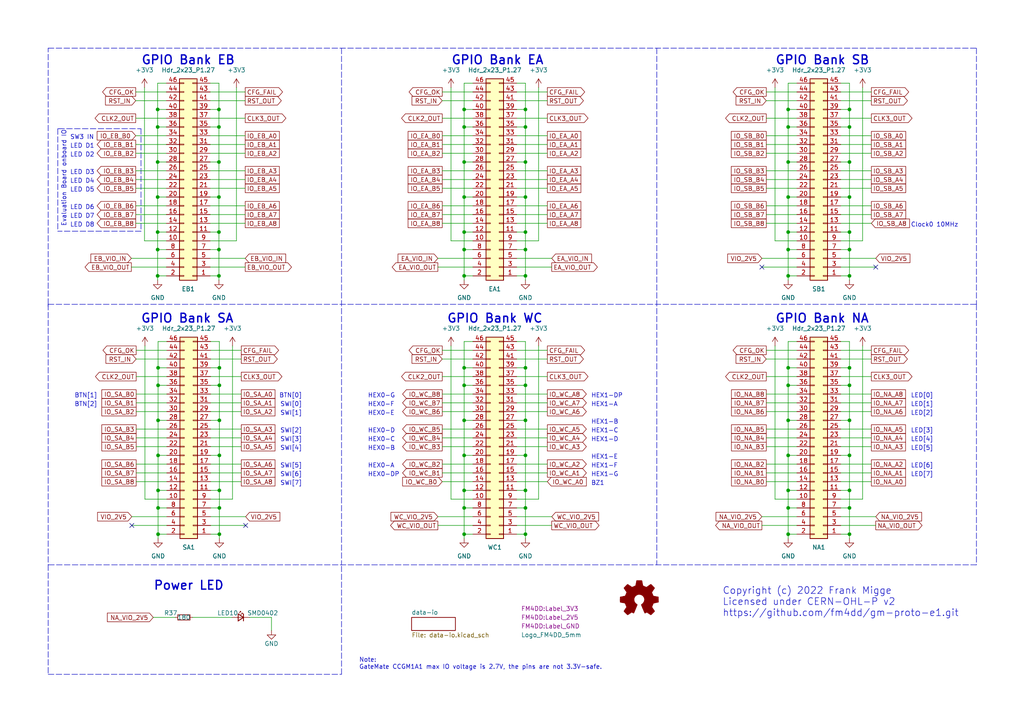
<source format=kicad_sch>
(kicad_sch (version 20211123) (generator eeschema)
  (paper "A4")
  (title_block (title "GateMate E1 Proto Board SMD") (date "2022-09-23") (rev "1.0"))
  (junction (at 152.4 80.01))
  (junction (at 45.847 121.92))
  (junction (at 246.38 132.08))
  (junction (at 134.62 132.08))
  (junction (at 63.5 36.83))
  (junction (at 246.38 147.32))
  (junction (at 228.6 31.75))
  (junction (at 152.4 142.24))
  (junction (at 246.38 67.31))
  (junction (at 45.847 132.08))
  (junction (at 228.6 72.39))
  (junction (at 152.4 36.83))
  (junction (at 45.72 31.75))
  (junction (at 63.627 142.24))
  (junction (at 134.62 31.75))
  (junction (at 228.6 57.15))
  (junction (at 246.38 36.83))
  (junction (at 63.5 57.15))
  (junction (at 63.627 121.92))
  (junction (at 134.62 46.99))
  (junction (at 246.38 57.15))
  (junction (at 45.72 36.83))
  (junction (at 228.6 67.31))
  (junction (at 228.6 46.99))
  (junction (at 63.5 80.01))
  (junction (at 134.62 121.92))
  (junction (at 63.627 147.32))
  (junction (at 45.72 46.99))
  (junction (at 45.72 57.15))
  (junction (at 246.38 142.24))
  (junction (at 152.4 121.92))
  (junction (at 45.847 147.32))
  (junction (at 134.62 80.01))
  (junction (at 246.38 154.94))
  (junction (at 45.847 111.76))
  (junction (at 134.62 57.15))
  (junction (at 228.6 132.08))
  (junction (at 228.6 111.76))
  (junction (at 152.4 111.76))
  (junction (at 134.62 36.83))
  (junction (at 228.6 121.92))
  (junction (at 246.38 106.68))
  (junction (at 45.847 106.68))
  (junction (at 134.62 142.24))
  (junction (at 45.72 72.39))
  (junction (at 228.6 154.94))
  (junction (at 228.6 80.01))
  (junction (at 134.62 147.32))
  (junction (at 246.38 72.39))
  (junction (at 246.38 31.75))
  (junction (at 134.62 72.39))
  (junction (at 246.38 46.99))
  (junction (at 246.38 111.76))
  (junction (at 152.4 106.68))
  (junction (at 63.5 31.75))
  (junction (at 246.38 121.92))
  (junction (at 63.627 132.08))
  (junction (at 63.5 67.31))
  (junction (at 134.62 67.31))
  (junction (at 228.6 147.32))
  (junction (at 152.4 57.15))
  (junction (at 228.6 36.83))
  (junction (at 246.38 80.01))
  (junction (at 45.847 154.94))
  (junction (at 45.847 142.24))
  (junction (at 152.4 31.75))
  (junction (at 228.6 142.24))
  (junction (at 45.72 67.31))
  (junction (at 134.62 111.76))
  (junction (at 134.62 106.68))
  (junction (at 152.4 67.31))
  (junction (at 152.4 132.08))
  (junction (at 228.6 106.68))
  (junction (at 152.4 72.39))
  (junction (at 63.627 111.76))
  (junction (at 63.627 154.94))
  (junction (at 63.627 106.68))
  (junction (at 134.62 154.94))
  (junction (at 45.72 80.01))
  (junction (at 152.4 154.94))
  (junction (at 63.5 46.99))
  (junction (at 152.4 147.32))
  (junction (at 63.5 72.39))
  (junction (at 152.4 46.99))
  (no_connect (at 38.227 152.4))
  (no_connect (at 71.247 152.4))
  (no_connect (at 254 77.47))
  (no_connect (at 220.98 77.47))
  (wire (pts (xy 149.86 154.94) (xy 152.4 154.94)))
  (wire (pts (xy 149.86 46.99) (xy 152.4 46.99)))
  (wire (pts (xy 246.38 36.83) (xy 246.38 46.99)))
  (wire (pts (xy 250.19 25.4) (xy 250.19 69.85)))
  (wire (pts (xy 156.21 25.4) (xy 156.21 69.85)))
  (wire (pts (xy 63.627 121.92) (xy 63.627 132.08)))
  (wire (pts (xy 228.6 80.01) (xy 231.14 80.01)))
  (wire (pts (xy 45.847 99.06) (xy 45.847 106.68)))
  (wire (pts (xy 134.62 132.08) (xy 137.16 132.08)))
  (wire (pts (xy 60.96 39.37) (xy 71.12 39.37)))
  (wire (pts (xy 149.86 114.3) (xy 158.75 114.3)))
  (wire (pts (xy 134.62 80.01) (xy 137.16 80.01)))
  (wire (pts (xy 149.86 147.32) (xy 152.4 147.32)))
  (wire (pts (xy 63.5 36.83) (xy 63.5 46.99)))
  (wire (pts (xy 60.96 67.31) (xy 63.5 67.31)))
  (wire (pts (xy 222.25 139.7) (xy 231.14 139.7)))
  (wire (pts (xy 61.087 99.06) (xy 63.627 99.06)))
  (wire (pts (xy 45.847 147.32) (xy 45.847 154.94)))
  (wire (pts (xy 134.62 106.68) (xy 137.16 106.68)))
  (wire (pts (xy 60.96 31.75) (xy 63.5 31.75)))
  (wire (pts (xy 39.37 29.21) (xy 48.26 29.21)))
  (wire (pts (xy 243.84 26.67) (xy 252.73 26.67)))
  (polyline (pts (xy 13.97 88.9) (xy 13.97 88.265)))
  (wire (pts (xy 246.38 132.08) (xy 246.38 142.24)))
  (wire (pts (xy 45.72 36.83) (xy 48.26 36.83)))
  (wire (pts (xy 222.25 124.46) (xy 231.14 124.46)))
  (wire (pts (xy 60.96 64.77) (xy 71.12 64.77)))
  (wire (pts (xy 130.81 100.33) (xy 130.81 144.78)))
  (wire (pts (xy 128.27 64.77) (xy 137.16 64.77)))
  (wire (pts (xy 134.62 142.24) (xy 137.16 142.24)))
  (wire (pts (xy 39.37 44.45) (xy 48.26 44.45)))
  (wire (pts (xy 128.27 114.3) (xy 137.16 114.3)))
  (wire (pts (xy 243.84 62.23) (xy 252.73 62.23)))
  (wire (pts (xy 45.847 106.68) (xy 48.387 106.68)))
  (wire (pts (xy 149.86 54.61) (xy 158.75 54.61)))
  (wire (pts (xy 63.627 132.08) (xy 63.627 142.24)))
  (wire (pts (xy 243.84 142.24) (xy 246.38 142.24)))
  (wire (pts (xy 48.387 99.06) (xy 45.847 99.06)))
  (wire (pts (xy 246.38 121.92) (xy 246.38 132.08)))
  (wire (pts (xy 134.62 132.08) (xy 134.62 142.24)))
  (wire (pts (xy 243.84 134.62) (xy 252.73 134.62)))
  (wire (pts (xy 243.84 106.68) (xy 246.38 106.68)))
  (polyline (pts (xy 13.97 195.58) (xy 99.06 195.58)))
  (wire (pts (xy 228.6 67.31) (xy 228.6 72.39)))
  (wire (pts (xy 39.497 129.54) (xy 48.387 129.54)))
  (wire (pts (xy 243.84 116.84) (xy 252.73 116.84)))
  (wire (pts (xy 128.27 116.84) (xy 137.16 116.84)))
  (wire (pts (xy 60.96 36.83) (xy 63.5 36.83)))
  (wire (pts (xy 63.5 57.15) (xy 63.5 67.31)))
  (wire (pts (xy 228.6 147.32) (xy 231.14 147.32)))
  (wire (pts (xy 61.087 137.16) (xy 69.977 137.16)))
  (wire (pts (xy 39.497 116.84) (xy 48.387 116.84)))
  (wire (pts (xy 67.437 100.33) (xy 67.437 144.78)))
  (wire (pts (xy 61.087 104.14) (xy 69.977 104.14)))
  (wire (pts (xy 228.6 111.76) (xy 228.6 121.92)))
  (wire (pts (xy 222.25 116.84) (xy 231.14 116.84)))
  (wire (pts (xy 61.087 106.68) (xy 63.627 106.68)))
  (wire (pts (xy 39.37 26.67) (xy 48.26 26.67)))
  (wire (pts (xy 134.62 36.83) (xy 134.62 46.99)))
  (wire (pts (xy 243.84 127) (xy 252.73 127)))
  (wire (pts (xy 39.497 124.46) (xy 48.387 124.46)))
  (polyline (pts (xy 16.764 37.338) (xy 17.272 37.338)))
  (wire (pts (xy 228.6 154.94) (xy 228.6 156.21)))
  (wire (pts (xy 45.847 121.92) (xy 45.847 132.08)))
  (wire (pts (xy 149.86 119.38) (xy 158.75 119.38)))
  (wire (pts (xy 149.86 129.54) (xy 158.75 129.54)))
  (wire (pts (xy 243.84 77.47) (xy 254 77.47)))
  (wire (pts (xy 222.25 41.91) (xy 231.14 41.91)))
  (polyline (pts (xy 13.97 88.265) (xy 13.97 163.83)))
  (wire (pts (xy 228.6 31.75) (xy 231.14 31.75)))
  (wire (pts (xy 250.19 69.85) (xy 243.84 69.85)))
  (wire (pts (xy 224.79 100.33) (xy 224.79 144.78)))
  (wire (pts (xy 45.72 46.99) (xy 45.72 57.15)))
  (wire (pts (xy 130.81 144.78) (xy 137.16 144.78)))
  (wire (pts (xy 60.96 59.69) (xy 71.12 59.69)))
  (wire (pts (xy 134.62 72.39) (xy 137.16 72.39)))
  (wire (pts (xy 60.96 74.93) (xy 71.12 74.93)))
  (wire (pts (xy 222.25 29.21) (xy 231.14 29.21)))
  (wire (pts (xy 134.62 46.99) (xy 137.16 46.99)))
  (wire (pts (xy 61.087 101.6) (xy 69.977 101.6)))
  (wire (pts (xy 231.14 24.13) (xy 228.6 24.13)))
  (wire (pts (xy 45.72 67.31) (xy 48.26 67.31)))
  (wire (pts (xy 38.1 77.47) (xy 48.26 77.47)))
  (wire (pts (xy 127 152.4) (xy 137.16 152.4)))
  (wire (pts (xy 39.497 134.62) (xy 48.387 134.62)))
  (wire (pts (xy 128.27 59.69) (xy 137.16 59.69)))
  (wire (pts (xy 149.86 137.16) (xy 158.75 137.16)))
  (wire (pts (xy 60.96 24.13) (xy 63.5 24.13)))
  (wire (pts (xy 243.84 39.37) (xy 252.73 39.37)))
  (wire (pts (xy 243.84 29.21) (xy 252.73 29.21)))
  (wire (pts (xy 228.6 147.32) (xy 228.6 154.94)))
  (wire (pts (xy 149.86 59.69) (xy 158.75 59.69)))
  (wire (pts (xy 149.86 106.68) (xy 152.4 106.68)))
  (wire (pts (xy 243.84 54.61) (xy 252.73 54.61)))
  (wire (pts (xy 152.4 132.08) (xy 152.4 142.24)))
  (wire (pts (xy 243.84 49.53) (xy 252.73 49.53)))
  (wire (pts (xy 41.91 69.85) (xy 48.26 69.85)))
  (wire (pts (xy 128.27 127) (xy 137.16 127)))
  (wire (pts (xy 134.62 106.68) (xy 134.62 111.76)))
  (wire (pts (xy 63.627 142.24) (xy 63.627 147.32)))
  (polyline (pts (xy 283.21 163.83) (xy 13.97 163.83)))
  (wire (pts (xy 39.37 59.69) (xy 48.26 59.69)))
  (wire (pts (xy 246.38 24.13) (xy 246.38 31.75)))
  (wire (pts (xy 38.227 152.4) (xy 48.387 152.4)))
  (wire (pts (xy 246.38 67.31) (xy 246.38 72.39)))
  (wire (pts (xy 63.5 67.31) (xy 63.5 72.39)))
  (wire (pts (xy 134.62 154.94) (xy 137.16 154.94)))
  (wire (pts (xy 243.84 31.75) (xy 246.38 31.75)))
  (wire (pts (xy 149.86 41.91) (xy 158.75 41.91)))
  (wire (pts (xy 134.62 57.15) (xy 134.62 67.31)))
  (wire (pts (xy 222.25 54.61) (xy 231.14 54.61)))
  (wire (pts (xy 149.86 62.23) (xy 158.75 62.23)))
  (wire (pts (xy 134.62 111.76) (xy 137.16 111.76)))
  (wire (pts (xy 228.6 57.15) (xy 231.14 57.15)))
  (wire (pts (xy 134.62 154.94) (xy 134.62 156.21)))
  (wire (pts (xy 149.86 77.47) (xy 160.02 77.47)))
  (wire (pts (xy 60.96 26.67) (xy 71.12 26.67)))
  (wire (pts (xy 128.27 26.67) (xy 137.16 26.67)))
  (wire (pts (xy 246.38 147.32) (xy 246.38 154.94)))
  (wire (pts (xy 127 77.47) (xy 137.16 77.47)))
  (wire (pts (xy 45.847 121.92) (xy 48.387 121.92)))
  (wire (pts (xy 152.4 72.39) (xy 152.4 80.01)))
  (wire (pts (xy 149.86 134.62) (xy 158.75 134.62)))
  (wire (pts (xy 246.38 111.76) (xy 246.38 121.92)))
  (wire (pts (xy 246.38 31.75) (xy 246.38 36.83)))
  (wire (pts (xy 228.6 132.08) (xy 231.14 132.08)))
  (wire (pts (xy 128.27 124.46) (xy 137.16 124.46)))
  (wire (pts (xy 61.087 139.7) (xy 69.977 139.7)))
  (wire (pts (xy 228.6 72.39) (xy 228.6 80.01)))
  (wire (pts (xy 243.84 52.07) (xy 252.73 52.07)))
  (wire (pts (xy 137.16 24.13) (xy 134.62 24.13)))
  (wire (pts (xy 220.98 74.93) (xy 231.14 74.93)))
  (wire (pts (xy 61.087 147.32) (xy 63.627 147.32)))
  (wire (pts (xy 42.037 100.33) (xy 42.037 144.78)))
  (wire (pts (xy 222.25 114.3) (xy 231.14 114.3)))
  (wire (pts (xy 152.4 111.76) (xy 152.4 121.92)))
  (wire (pts (xy 60.96 62.23) (xy 71.12 62.23)))
  (wire (pts (xy 45.847 154.94) (xy 48.387 154.94)))
  (wire (pts (xy 222.25 62.23) (xy 231.14 62.23)))
  (wire (pts (xy 243.84 111.76) (xy 246.38 111.76)))
  (wire (pts (xy 41.91 25.4) (xy 41.91 69.85)))
  (wire (pts (xy 128.27 44.45) (xy 137.16 44.45)))
  (wire (pts (xy 45.847 142.24) (xy 45.847 147.32)))
  (wire (pts (xy 149.86 99.06) (xy 152.4 99.06)))
  (wire (pts (xy 243.84 74.93) (xy 254 74.93)))
  (wire (pts (xy 228.6 24.13) (xy 228.6 31.75)))
  (wire (pts (xy 134.62 31.75) (xy 137.16 31.75)))
  (wire (pts (xy 61.087 149.86) (xy 71.247 149.86)))
  (wire (pts (xy 60.96 29.21) (xy 71.12 29.21)))
  (wire (pts (xy 152.4 106.68) (xy 152.4 111.76)))
  (wire (pts (xy 149.86 142.24) (xy 152.4 142.24)))
  (wire (pts (xy 63.5 46.99) (xy 63.5 57.15)))
  (wire (pts (xy 60.96 46.99) (xy 63.5 46.99)))
  (wire (pts (xy 149.86 109.22) (xy 158.75 109.22)))
  (wire (pts (xy 42.037 144.78) (xy 48.387 144.78)))
  (wire (pts (xy 60.96 54.61) (xy 71.12 54.61)))
  (wire (pts (xy 63.627 154.94) (xy 63.627 156.21)))
  (wire (pts (xy 149.86 24.13) (xy 152.4 24.13)))
  (polyline (pts (xy 13.97 88.265) (xy 283.21 88.265)))
  (wire (pts (xy 134.62 80.01) (xy 134.62 81.28)))
  (wire (pts (xy 60.96 49.53) (xy 71.12 49.53)))
  (wire (pts (xy 39.37 34.29) (xy 48.26 34.29)))
  (wire (pts (xy 61.087 109.22) (xy 69.977 109.22)))
  (wire (pts (xy 243.84 129.54) (xy 252.73 129.54)))
  (wire (pts (xy 61.087 121.92) (xy 63.627 121.92)))
  (wire (pts (xy 152.4 24.13) (xy 152.4 31.75)))
  (wire (pts (xy 222.25 64.77) (xy 231.14 64.77)))
  (polyline (pts (xy 283.21 88.265) (xy 283.21 163.83)))
  (wire (pts (xy 224.79 69.85) (xy 231.14 69.85)))
  (wire (pts (xy 67.437 144.78) (xy 61.087 144.78)))
  (wire (pts (xy 55.88 179.07) (xy 67.31 179.07)))
  (wire (pts (xy 149.86 67.31) (xy 152.4 67.31)))
  (wire (pts (xy 45.847 132.08) (xy 48.387 132.08)))
  (wire (pts (xy 45.72 57.15) (xy 48.26 57.15)))
  (wire (pts (xy 243.84 124.46) (xy 252.73 124.46)))
  (wire (pts (xy 149.86 104.14) (xy 158.75 104.14)))
  (wire (pts (xy 243.84 121.92) (xy 246.38 121.92)))
  (wire (pts (xy 45.72 57.15) (xy 45.72 67.31)))
  (wire (pts (xy 72.39 179.07) (xy 78.74 179.07)))
  (wire (pts (xy 134.62 31.75) (xy 134.62 36.83)))
  (wire (pts (xy 45.72 72.39) (xy 48.26 72.39)))
  (wire (pts (xy 149.86 26.67) (xy 158.75 26.67)))
  (wire (pts (xy 60.96 41.91) (xy 71.12 41.91)))
  (wire (pts (xy 61.087 132.08) (xy 63.627 132.08)))
  (wire (pts (xy 222.25 129.54) (xy 231.14 129.54)))
  (wire (pts (xy 39.37 64.77) (xy 48.26 64.77)))
  (wire (pts (xy 222.25 134.62) (xy 231.14 134.62)))
  (wire (pts (xy 152.4 142.24) (xy 152.4 147.32)))
  (wire (pts (xy 45.847 132.08) (xy 45.847 142.24)))
  (wire (pts (xy 228.6 142.24) (xy 231.14 142.24)))
  (wire (pts (xy 228.6 121.92) (xy 228.6 132.08)))
  (wire (pts (xy 246.38 46.99) (xy 246.38 57.15)))
  (wire (pts (xy 228.6 31.75) (xy 228.6 36.83)))
  (wire (pts (xy 128.27 39.37) (xy 137.16 39.37)))
  (wire (pts (xy 246.38 72.39) (xy 246.38 80.01)))
  (wire (pts (xy 243.84 154.94) (xy 246.38 154.94)))
  (wire (pts (xy 243.84 147.32) (xy 246.38 147.32)))
  (wire (pts (xy 222.25 59.69) (xy 231.14 59.69)))
  (wire (pts (xy 149.86 29.21) (xy 158.75 29.21)))
  (wire (pts (xy 45.847 106.68) (xy 45.847 111.76)))
  (wire (pts (xy 134.62 67.31) (xy 134.62 72.39)))
  (wire (pts (xy 60.96 80.01) (xy 63.5 80.01)))
  (polyline (pts (xy 13.97 13.97) (xy 283.21 13.97)))
  (wire (pts (xy 128.27 137.16) (xy 137.16 137.16)))
  (wire (pts (xy 152.4 99.06) (xy 152.4 106.68)))
  (wire (pts (xy 45.847 111.76) (xy 48.387 111.76)))
  (wire (pts (xy 222.25 44.45) (xy 231.14 44.45)))
  (wire (pts (xy 134.62 142.24) (xy 134.62 147.32)))
  (wire (pts (xy 246.38 106.68) (xy 246.38 111.76)))
  (wire (pts (xy 243.84 36.83) (xy 246.38 36.83)))
  (wire (pts (xy 63.627 147.32) (xy 63.627 154.94)))
  (wire (pts (xy 127 149.86) (xy 137.16 149.86)))
  (wire (pts (xy 45.847 142.24) (xy 48.387 142.24)))
  (wire (pts (xy 243.84 59.69) (xy 252.73 59.69)))
  (wire (pts (xy 134.62 111.76) (xy 134.62 121.92)))
  (wire (pts (xy 134.62 121.92) (xy 137.16 121.92)))
  (wire (pts (xy 63.627 106.68) (xy 63.627 111.76)))
  (polyline (pts (xy 13.97 163.83) (xy 13.97 195.58)))
  (wire (pts (xy 149.86 149.86) (xy 160.02 149.86)))
  (wire (pts (xy 61.087 119.38) (xy 69.977 119.38)))
  (wire (pts (xy 228.6 132.08) (xy 228.6 142.24)))
  (wire (pts (xy 61.087 116.84) (xy 69.977 116.84)))
  (wire (pts (xy 39.497 119.38) (xy 48.387 119.38)))
  (wire (pts (xy 60.96 34.29) (xy 71.12 34.29)))
  (wire (pts (xy 149.86 31.75) (xy 152.4 31.75)))
  (wire (pts (xy 149.86 144.78) (xy 156.21 144.78)))
  (wire (pts (xy 61.087 154.94) (xy 63.627 154.94)))
  (wire (pts (xy 39.37 39.37) (xy 48.26 39.37)))
  (wire (pts (xy 149.86 72.39) (xy 152.4 72.39)))
  (wire (pts (xy 39.497 109.22) (xy 48.387 109.22)))
  (wire (pts (xy 231.14 99.06) (xy 228.6 99.06)))
  (wire (pts (xy 39.497 101.6) (xy 48.387 101.6)))
  (wire (pts (xy 243.84 99.06) (xy 246.38 99.06)))
  (wire (pts (xy 228.6 142.24) (xy 228.6 147.32)))
  (wire (pts (xy 149.86 39.37) (xy 158.75 39.37)))
  (wire (pts (xy 149.86 152.4) (xy 160.02 152.4)))
  (wire (pts (xy 222.25 26.67) (xy 231.14 26.67)))
  (wire (pts (xy 68.58 69.85) (xy 60.96 69.85)))
  (wire (pts (xy 243.84 41.91) (xy 252.73 41.91)))
  (wire (pts (xy 45.72 67.31) (xy 45.72 72.39)))
  (wire (pts (xy 45.72 80.01) (xy 48.26 80.01)))
  (wire (pts (xy 228.6 99.06) (xy 228.6 106.68)))
  (wire (pts (xy 128.27 134.62) (xy 137.16 134.62)))
  (wire (pts (xy 134.62 121.92) (xy 134.62 132.08)))
  (wire (pts (xy 63.627 111.76) (xy 63.627 121.92)))
  (wire (pts (xy 243.84 152.4) (xy 254 152.4)))
  (wire (pts (xy 224.79 144.78) (xy 231.14 144.78)))
  (wire (pts (xy 243.84 67.31) (xy 246.38 67.31)))
  (wire (pts (xy 228.6 57.15) (xy 228.6 67.31)))
  (wire (pts (xy 222.25 39.37) (xy 231.14 39.37)))
  (wire (pts (xy 228.6 154.94) (xy 231.14 154.94)))
  (wire (pts (xy 149.86 101.6) (xy 158.75 101.6)))
  (wire (pts (xy 250.19 100.33) (xy 250.19 144.78)))
  (wire (pts (xy 243.84 149.86) (xy 254 149.86)))
  (wire (pts (xy 134.62 99.06) (xy 134.62 106.68)))
  (wire (pts (xy 39.37 41.91) (xy 48.26 41.91)))
  (wire (pts (xy 128.27 109.22) (xy 137.16 109.22)))
  (wire (pts (xy 243.84 44.45) (xy 252.73 44.45)))
  (wire (pts (xy 220.98 149.86) (xy 231.14 149.86)))
  (wire (pts (xy 134.62 57.15) (xy 137.16 57.15)))
  (polyline (pts (xy 16.764 37.338) (xy 16.764 67.056)))
  (wire (pts (xy 128.27 62.23) (xy 137.16 62.23)))
  (wire (pts (xy 61.087 111.76) (xy 63.627 111.76)))
  (wire (pts (xy 39.37 54.61) (xy 48.26 54.61)))
  (wire (pts (xy 246.38 57.15) (xy 246.38 67.31)))
  (wire (pts (xy 243.84 80.01) (xy 246.38 80.01)))
  (wire (pts (xy 243.84 34.29) (xy 252.73 34.29)))
  (wire (pts (xy 63.5 24.13) (xy 63.5 31.75)))
  (wire (pts (xy 60.96 72.39) (xy 63.5 72.39)))
  (wire (pts (xy 152.4 57.15) (xy 152.4 67.31)))
  (wire (pts (xy 149.86 139.7) (xy 158.75 139.7)))
  (wire (pts (xy 222.25 52.07) (xy 231.14 52.07)))
  (wire (pts (xy 45.72 80.01) (xy 45.72 81.28)))
  (wire (pts (xy 149.86 121.92) (xy 152.4 121.92)))
  (wire (pts (xy 128.27 49.53) (xy 137.16 49.53)))
  (wire (pts (xy 220.98 77.47) (xy 231.14 77.47)))
  (wire (pts (xy 246.38 142.24) (xy 246.38 147.32)))
  (wire (pts (xy 243.84 119.38) (xy 252.73 119.38)))
  (wire (pts (xy 137.16 99.06) (xy 134.62 99.06)))
  (wire (pts (xy 149.86 111.76) (xy 152.4 111.76)))
  (wire (pts (xy 152.4 154.94) (xy 152.4 156.21)))
  (wire (pts (xy 222.25 101.6) (xy 231.14 101.6)))
  (wire (pts (xy 60.96 57.15) (xy 63.5 57.15)))
  (wire (pts (xy 61.087 134.62) (xy 69.977 134.62)))
  (wire (pts (xy 228.6 111.76) (xy 231.14 111.76)))
  (wire (pts (xy 243.84 101.6) (xy 252.73 101.6)))
  (wire (pts (xy 243.84 144.78) (xy 250.19 144.78)))
  (wire (pts (xy 45.72 31.75) (xy 45.72 36.83)))
  (wire (pts (xy 222.25 127) (xy 231.14 127)))
  (wire (pts (xy 45.847 147.32) (xy 48.387 147.32)))
  (wire (pts (xy 149.86 132.08) (xy 152.4 132.08)))
  (wire (pts (xy 45.847 154.94) (xy 45.847 156.21)))
  (wire (pts (xy 63.5 31.75) (xy 63.5 36.83)))
  (wire (pts (xy 220.98 152.4) (xy 231.14 152.4)))
  (wire (pts (xy 134.62 46.99) (xy 134.62 57.15)))
  (wire (pts (xy 128.27 34.29) (xy 137.16 34.29)))
  (wire (pts (xy 39.37 52.07) (xy 48.26 52.07)))
  (wire (pts (xy 156.21 144.78) (xy 156.21 100.33)))
  (wire (pts (xy 128.27 119.38) (xy 137.16 119.38)))
  (polyline (pts (xy 190.5 13.97) (xy 190.5 163.83)))
  (wire (pts (xy 228.6 121.92) (xy 231.14 121.92)))
  (wire (pts (xy 68.58 25.4) (xy 68.58 69.85)))
  (wire (pts (xy 128.27 54.61) (xy 137.16 54.61)))
  (wire (pts (xy 243.84 64.77) (xy 252.73 64.77)))
  (wire (pts (xy 228.6 36.83) (xy 231.14 36.83)))
  (wire (pts (xy 152.4 121.92) (xy 152.4 132.08)))
  (wire (pts (xy 243.84 139.7) (xy 252.73 139.7)))
  (wire (pts (xy 48.26 24.13) (xy 45.72 24.13)))
  (polyline (pts (xy 13.97 88.265) (xy 13.97 13.97)))
  (wire (pts (xy 149.86 127) (xy 158.75 127)))
  (wire (pts (xy 246.38 99.06) (xy 246.38 106.68)))
  (wire (pts (xy 228.6 67.31) (xy 231.14 67.31)))
  (wire (pts (xy 134.62 67.31) (xy 137.16 67.31)))
  (wire (pts (xy 60.96 44.45) (xy 71.12 44.45)))
  (wire (pts (xy 45.72 72.39) (xy 45.72 80.01)))
  (wire (pts (xy 128.27 41.91) (xy 137.16 41.91)))
  (wire (pts (xy 243.84 46.99) (xy 246.38 46.99)))
  (wire (pts (xy 45.72 46.99) (xy 48.26 46.99)))
  (polyline (pts (xy 40.894 67.056) (xy 16.764 67.056)))
  (wire (pts (xy 39.497 114.3) (xy 48.387 114.3)))
  (wire (pts (xy 63.5 72.39) (xy 63.5 80.01)))
  (wire (pts (xy 243.84 109.22) (xy 252.73 109.22)))
  (wire (pts (xy 152.4 80.01) (xy 152.4 81.28)))
  (wire (pts (xy 246.38 154.94) (xy 246.38 156.21)))
  (wire (pts (xy 149.86 36.83) (xy 152.4 36.83)))
  (wire (pts (xy 78.74 179.07) (xy 78.74 182.88)))
  (wire (pts (xy 152.4 36.83) (xy 152.4 46.99)))
  (wire (pts (xy 134.62 72.39) (xy 134.62 80.01)))
  (wire (pts (xy 149.86 124.46) (xy 158.75 124.46)))
  (wire (pts (xy 149.86 64.77) (xy 158.75 64.77)))
  (wire (pts (xy 228.6 46.99) (xy 228.6 57.15)))
  (wire (pts (xy 222.25 137.16) (xy 231.14 137.16)))
  (wire (pts (xy 128.27 52.07) (xy 137.16 52.07)))
  (wire (pts (xy 152.4 147.32) (xy 152.4 154.94)))
  (wire (pts (xy 45.72 24.13) (xy 45.72 31.75)))
  (wire (pts (xy 222.25 119.38) (xy 231.14 119.38)))
  (wire (pts (xy 134.62 147.32) (xy 134.62 154.94)))
  (wire (pts (xy 128.27 139.7) (xy 137.16 139.7)))
  (wire (pts (xy 39.37 62.23) (xy 48.26 62.23)))
  (wire (pts (xy 228.6 36.83) (xy 228.6 46.99)))
  (wire (pts (xy 60.96 52.07) (xy 71.12 52.07)))
  (wire (pts (xy 134.62 36.83) (xy 137.16 36.83)))
  (wire (pts (xy 38.227 149.86) (xy 48.387 149.86)))
  (wire (pts (xy 130.81 69.85) (xy 137.16 69.85)))
  (wire (pts (xy 228.6 46.99) (xy 231.14 46.99)))
  (wire (pts (xy 243.84 57.15) (xy 246.38 57.15)))
  (wire (pts (xy 149.86 44.45) (xy 158.75 44.45)))
  (polyline (pts (xy 190.5 163.83) (xy 190.5 163.83)))
  (polyline (pts (xy 99.06 195.58) (xy 99.06 163.83)))
  (wire (pts (xy 61.087 152.4) (xy 71.247 152.4)))
  (wire (pts (xy 243.84 137.16) (xy 252.73 137.16)))
  (wire (pts (xy 149.86 34.29) (xy 158.75 34.29)))
  (wire (pts (xy 149.86 52.07) (xy 158.75 52.07)))
  (wire (pts (xy 60.96 77.47) (xy 71.12 77.47)))
  (wire (pts (xy 39.37 49.53) (xy 48.26 49.53)))
  (wire (pts (xy 243.84 104.14) (xy 252.73 104.14)))
  (wire (pts (xy 128.27 104.14) (xy 137.16 104.14)))
  (wire (pts (xy 61.087 127) (xy 69.977 127)))
  (polyline (pts (xy 99.06 13.97) (xy 99.06 163.83)))
  (wire (pts (xy 243.84 132.08) (xy 246.38 132.08)))
  (wire (pts (xy 63.627 99.06) (xy 63.627 106.68)))
  (wire (pts (xy 127 74.93) (xy 137.16 74.93)))
  (wire (pts (xy 222.25 104.14) (xy 231.14 104.14)))
  (wire (pts (xy 228.6 80.01) (xy 228.6 81.28)))
  (wire (pts (xy 39.497 104.14) (xy 48.387 104.14)))
  (wire (pts (xy 228.6 72.39) (xy 231.14 72.39)))
  (wire (pts (xy 152.4 31.75) (xy 152.4 36.83)))
  (wire (pts (xy 39.497 139.7) (xy 48.387 139.7)))
  (wire (pts (xy 128.27 129.54) (xy 137.16 129.54)))
  (wire (pts (xy 130.81 25.4) (xy 130.81 69.85)))
  (polyline (pts (xy 40.894 37.338) (xy 40.894 67.056)))
  (wire (pts (xy 222.25 49.53) (xy 231.14 49.53)))
  (wire (pts (xy 243.84 72.39) (xy 246.38 72.39)))
  (wire (pts (xy 149.86 74.93) (xy 160.02 74.93)))
  (wire (pts (xy 222.25 109.22) (xy 231.14 109.22)))
  (wire (pts (xy 149.86 49.53) (xy 158.75 49.53)))
  (wire (pts (xy 246.38 80.01) (xy 246.38 81.28)))
  (wire (pts (xy 152.4 67.31) (xy 152.4 72.39)))
  (wire (pts (xy 134.62 24.13) (xy 134.62 31.75)))
  (wire (pts (xy 156.21 69.85) (xy 149.86 69.85)))
  (wire (pts (xy 228.6 106.68) (xy 231.14 106.68)))
  (wire (pts (xy 243.84 114.3) (xy 252.73 114.3)))
  (wire (pts (xy 128.27 101.6) (xy 137.16 101.6)))
  (wire (pts (xy 38.1 74.93) (xy 48.26 74.93)))
  (wire (pts (xy 149.86 80.01) (xy 152.4 80.01)))
  (wire (pts (xy 152.4 46.99) (xy 152.4 57.15)))
  (wire (pts (xy 128.27 29.21) (xy 137.16 29.21)))
  (wire (pts (xy 149.86 57.15) (xy 152.4 57.15)))
  (wire (pts (xy 134.62 147.32) (xy 137.16 147.32)))
  (wire (pts (xy 45.847 111.76) (xy 45.847 121.92)))
  (wire (pts (xy 44.45 179.07) (xy 50.8 179.07)))
  (polyline (pts (xy 17.018 37.338) (xy 40.894 37.338)))
  (wire (pts (xy 224.79 25.4) (xy 224.79 69.85)))
  (wire (pts (xy 45.72 36.83) (xy 45.72 46.99)))
  (wire (pts (xy 61.087 142.24) (xy 63.627 142.24)))
  (wire (pts (xy 61.087 124.46) (xy 69.977 124.46)))
  (wire (pts (xy 149.86 116.84) (xy 158.75 116.84)))
  (polyline (pts (xy 283.21 13.97) (xy 283.21 88.265)))
  (wire (pts (xy 39.497 127) (xy 48.387 127)))
  (wire (pts (xy 63.5 80.01) (xy 63.5 81.28)))
  (wire (pts (xy 243.84 24.13) (xy 246.38 24.13)))
  (wire (pts (xy 61.087 129.54) (xy 69.977 129.54)))
  (wire (pts (xy 228.6 106.68) (xy 228.6 111.76)))
  (wire (pts (xy 39.497 137.16) (xy 48.387 137.16)))
  (wire (pts (xy 61.087 114.3) (xy 69.977 114.3)))
  (wire (pts (xy 222.25 34.29) (xy 231.14 34.29)))
  (wire (pts (xy 45.72 31.75) (xy 48.26 31.75)))
  (text "HEX0-A" (at 106.68 135.89 0) (effects (font (size 1.27 1.27)) (justify left bottom)))
  (text "LED[0]" (at 264.16 115.57 0) (effects (font (size 1.27 1.27)) (justify left bottom)))
  (text "HEX0-B" (at 106.68 130.81 0) (effects (font (size 1.27 1.27)) (justify left bottom)))
  (text "HEX0-E" (at 106.68 120.65 0) (effects (font (size 1.27 1.27)) (justify left bottom)))
  (text "LED D3" (at 20.32 50.8 0) (effects (font (size 1.27 1.27)) (justify left bottom)))
  (text "Note:\nGateMate CCGM1A1 max IO voltage is 2.7V, the pins are not 3.3V-safe." (at 104.14 194.31 0) (effects (font (size 1.27 1.27)) (justify left bottom)))
  (text "LED D7" (at 20.32 63.5 0) (effects (font (size 1.27 1.27)) (justify left bottom)))
  (text "LED D2" (at 20.32 45.72 0) (effects (font (size 1.27 1.27)) (justify left bottom)))
  (text "LED[6]" (at 264.16 135.89 0) (effects (font (size 1.27 1.27)) (justify left bottom)))
  (text "HEX1-F" (at 171.45 135.89 0) (effects (font (size 1.27 1.27)) (justify left bottom)))
  (text "SW3 IN" (at 20.32 40.64 0) (effects (font (size 1.27 1.27)) (justify left bottom)))
  (text "SWI[4]" (at 87.63 130.81 180) (effects (font (size 1.27 1.27)) (justify right bottom)))
  (text "LED[2]" (at 264.16 120.65 0) (effects (font (size 1.27 1.27)) (justify left bottom)))
  (text "HEX0-F" (at 106.68 118.11 0) (effects (font (size 1.27 1.27)) (justify left bottom)))
  (text "LED D8" (at 20.32 66.04 0) (effects (font (size 1.27 1.27)) (justify left bottom)))
  (text "Clock0 10MHz" (at 264.16 66.04 0) (effects (font (size 1.27 1.27)) (justify left bottom)))
  (text "LED D4" (at 20.32 53.34 0) (effects (font (size 1.27 1.27)) (justify left bottom)))
  (text "SWI[6]" (at 87.63 138.43 180) (effects (font (size 1.27 1.27)) (justify right bottom)))
  (text "SWI[1]" (at 87.63 120.65 180) (effects (font (size 1.27 1.27)) (justify right bottom)))
  (text "HEX1-G" (at 171.45 138.43 0) (effects (font (size 1.27 1.27)) (justify left bottom)))
  (text "GPIO Bank NA" (at 224.79 93.98 0) (effects (font (size 2.54 2.54) (thickness 0.4) bold) (justify left bottom)))
  (text "Evaluation Board onboard IO" (at 19.304 65.786 90) (effects (font (size 1.27 1.27)) (justify left bottom)))
  (text "SWI[0]" (at 87.63 118.11 180) (effects (font (size 1.27 1.27)) (justify right bottom)))
  (text "BTN[2]" (at 21.59 118.11 0) (effects (font (size 1.27 1.27)) (justify left bottom)))
  (text "HEX1-D" (at 171.45 128.27 0) (effects (font (size 1.27 1.27)) (justify left bottom)))
  (text "HEX0-C" (at 106.68 128.27 0) (effects (font (size 1.27 1.27)) (justify left bottom)))
  (text "SWI[2]" (at 87.63 125.73 180) (effects (font (size 1.27 1.27)) (justify right bottom)))
  (text "GPIO Bank SB" (at 224.79 19.05 0) (effects (font (size 2.54 2.54) (thickness 0.4) bold) (justify left bottom)))
  (text "GPIO Bank SA" (at 40.767 93.98 0) (effects (font (size 2.54 2.54) (thickness 0.4) bold) (justify left bottom)))
  (text "BTN[0]" (at 87.63 115.57 180) (effects (font (size 1.27 1.27)) (justify right bottom)))
  (text "BTN[1]" (at 21.59 115.57 0) (effects (font (size 1.27 1.27)) (justify left bottom)))
  (text "HEX0-G" (at 106.68 115.57 0) (effects (font (size 1.27 1.27)) (justify left bottom)))
  (text "HEX1-A" (at 171.45 118.11 0) (effects (font (size 1.27 1.27)) (justify left bottom)))
  (text "GPIO Bank EB" (at 40.894 19.05 0) (effects (font (size 2.54 2.54) (thickness 0.4) bold) (justify left bottom)))
  (text "SWI[7]" (at 87.63 140.97 180) (effects (font (size 1.27 1.27)) (justify right bottom)))
  (text "HEX0-DP" (at 106.68 138.43 0) (effects (font (size 1.27 1.27)) (justify left bottom)))
  (text "LED D5" (at 20.32 55.88 0) (effects (font (size 1.27 1.27)) (justify left bottom)))
  (text "HEX1-C" (at 171.45 125.73 0) (effects (font (size 1.27 1.27)) (justify left bottom)))
  (text "LED D6" (at 20.32 60.96 0) (effects (font (size 1.27 1.27)) (justify left bottom)))
  (text "SWI[5]" (at 87.63 135.89 180) (effects (font (size 1.27 1.27)) (justify right bottom)))
  (text "HEX1-E" (at 171.45 133.35 0) (effects (font (size 1.27 1.27)) (justify left bottom)))
  (text "LED[7]" (at 264.16 138.43 0) (effects (font (size 1.27 1.27)) (justify left bottom)))
  (text "GPIO Bank WC" (at 129.54 93.98 0) (effects (font (size 2.54 2.54) (thickness 0.4) bold) (justify left bottom)))
  (text "HEX1-DP" (at 171.45 115.57 0) (effects (font (size 1.27 1.27)) (justify left bottom)))
  (text "LED[3]" (at 264.16 125.73 0) (effects (font (size 1.27 1.27)) (justify left bottom)))
  (text "LED D1" (at 20.32 43.18 0) (effects (font (size 1.27 1.27)) (justify left bottom)))
  (text "Copyright (c) 2022 Frank Migge\nLicensed under CERN-OHL-P v2\nhttps://github.com/fm4dd/gm-proto-e1.git" (at 209.55 179.07 0) (effects (font (size 2 2)) (justify left bottom)))
  (text "HEX1-B" (at 171.45 123.19 0) (effects (font (size 1.27 1.27)) (justify left bottom)))
  (text "HEX0-D" (at 106.68 125.73 0) (effects (font (size 1.27 1.27)) (justify left bottom)))
  (text "LED[5]" (at 264.16 130.81 0) (effects (font (size 1.27 1.27)) (justify left bottom)))
  (text "Power LED" (at 44.45 171.45 0) (effects (font (size 2.54 2.54) (thickness 0.4) bold) (justify left bottom)))
  (text "SWI[3]" (at 87.63 128.27 180) (effects (font (size 1.27 1.27)) (justify right bottom)))
  (text "BZ1" (at 171.45 140.97 0) (effects (font (size 1.27 1.27)) (justify left bottom)))
  (text "GPIO Bank EA" (at 130.81 19.05 0) (effects (font (size 2.54 2.54) (thickness 0.4) bold) (justify left bottom)))
  (text "LED[4]" (at 264.16 128.27 0) (effects (font (size 1.27 1.27)) (justify left bottom)))
  (text "LED[1]" (at 264.16 118.11 0) (effects (font (size 1.27 1.27)) (justify left bottom)))
  (global_label "EA_VIO_OUT" (shape output) (at 127 77.47 180) (property "Intersheet References" "${INTERSHEET_REFS}" (effects hide)))
  (global_label "IO_SA_B5" (shape passive) (at 39.497 129.54 180) (property "Intersheet References" "${INTERSHEET_REFS}" (effects hide)))
  (global_label "IO_SB_A5" (shape passive) (at 252.73 54.61 0) (property "Intersheet References" "${INTERSHEET_REFS}" (effects hide)))
  (global_label "IO_EA_A4" (shape passive) (at 158.75 52.07 0) (property "Intersheet References" "${INTERSHEET_REFS}" (effects hide)))
  (global_label "IO_SA_A3" (shape passive) (at 69.977 124.46 0) (property "Intersheet References" "${INTERSHEET_REFS}" (effects hide)))
  (global_label "NA_VIO_OUT" (shape output) (at 220.98 152.4 180) (property "Intersheet References" "${INTERSHEET_REFS}" (effects hide)))
  (global_label "CFG_FAIL" (shape output) (at 158.75 26.67 0) (property "Intersheet References" "${INTERSHEET_REFS}" (effects hide)))
  (global_label "IO_SB_B8" (shape passive) (at 222.25 64.77 180) (property "Intersheet References" "${INTERSHEET_REFS}" (effects hide)))
  (global_label "IO_NA_A4" (shape passive) (at 252.73 127 0) (property "Intersheet References" "${INTERSHEET_REFS}" (effects hide)))
  (global_label "CLK3_OUT" (shape output) (at 71.12 34.29 0) (property "Intersheet References" "${INTERSHEET_REFS}" (effects hide)))
  (global_label "IO_NA_A8" (shape passive) (at 252.73 114.3 0) (property "Intersheet References" "${INTERSHEET_REFS}" (effects hide)))
  (global_label "IO_SB_A7" (shape passive) (at 252.73 62.23 0) (property "Intersheet References" "${INTERSHEET_REFS}" (effects hide)))
  (global_label "IO_EB_B4" (shape output) (at 39.37 52.07 180) (property "Intersheet References" "${INTERSHEET_REFS}" (effects hide)))
  (global_label "IO_WC_A7" (shape output) (at 158.75 116.84 0) (property "Intersheet References" "${INTERSHEET_REFS}" (effects hide)))
  (global_label "IO_NA_B7" (shape passive) (at 222.25 116.84 180) (property "Intersheet References" "${INTERSHEET_REFS}" (effects hide)))
  (global_label "IO_WC_A1" (shape output) (at 158.75 137.16 0) (property "Intersheet References" "${INTERSHEET_REFS}" (effects hide)))
  (global_label "IO_NA_B0" (shape passive) (at 222.25 139.7 180) (property "Intersheet References" "${INTERSHEET_REFS}" (effects hide)))
  (global_label "IO_SB_A3" (shape passive) (at 252.73 49.53 0) (property "Intersheet References" "${INTERSHEET_REFS}" (effects hide)))
  (global_label "IO_EB_A5" (shape passive) (at 71.12 54.61 0) (property "Intersheet References" "${INTERSHEET_REFS}" (effects hide)))
  (global_label "IO_EB_A8" (shape passive) (at 71.12 64.77 0) (property "Intersheet References" "${INTERSHEET_REFS}" (effects hide)))
  (global_label "IO_NA_A7" (shape passive) (at 252.73 116.84 0) (property "Intersheet References" "${INTERSHEET_REFS}" (effects hide)))
  (global_label "IO_EB_A2" (shape passive) (at 71.12 44.45 0) (property "Intersheet References" "${INTERSHEET_REFS}" (effects hide)))
  (global_label "IO_EB_B2" (shape output) (at 39.37 44.45 180) (property "Intersheet References" "${INTERSHEET_REFS}" (effects hide)))
  (global_label "IO_EB_A0" (shape passive) (at 71.12 39.37 0) (property "Intersheet References" "${INTERSHEET_REFS}" (effects hide)))
  (global_label "CFG_FAIL" (shape output) (at 69.977 101.6 0) (property "Intersheet References" "${INTERSHEET_REFS}" (effects hide)))
  (global_label "EB_VIO_IN" (shape input) (at 38.1 74.93 180) (property "Intersheet References" "${INTERSHEET_REFS}" (effects hide)))
  (global_label "NA_VIO_2V5" (shape input) (at 220.98 149.86 180) (property "Intersheet References" "${INTERSHEET_REFS}" (effects hide)))
  (global_label "IO_SA_B3" (shape passive) (at 39.497 124.46 180) (property "Intersheet References" "${INTERSHEET_REFS}" (effects hide)))
  (global_label "RST_IN" (shape input) (at 39.497 104.14 180) (property "Intersheet References" "${INTERSHEET_REFS}" (effects hide)))
  (global_label "IO_EA_B4" (shape passive) (at 128.27 52.07 180) (property "Intersheet References" "${INTERSHEET_REFS}" (effects hide)))
  (global_label "CFG_OK" (shape output) (at 128.27 26.67 180) (property "Intersheet References" "${INTERSHEET_REFS}" (effects hide)))
  (global_label "EA_VIO_IN" (shape input) (at 127 74.93 180) (property "Intersheet References" "${INTERSHEET_REFS}" (effects hide)))
  (global_label "RST_OUT" (shape output) (at 252.73 104.14 0) (property "Intersheet References" "${INTERSHEET_REFS}" (effects hide)))
  (global_label "RST_IN" (shape input) (at 128.27 104.14 180) (property "Intersheet References" "${INTERSHEET_REFS}" (effects hide)))
  (global_label "IO_WC_A3" (shape output) (at 158.75 129.54 0) (property "Intersheet References" "${INTERSHEET_REFS}" (effects hide)))
  (global_label "IO_SA_B8" (shape passive) (at 39.497 139.7 180) (property "Intersheet References" "${INTERSHEET_REFS}" (effects hide)))
  (global_label "IO_EA_A7" (shape passive) (at 158.75 62.23 0) (property "Intersheet References" "${INTERSHEET_REFS}" (effects hide)))
  (global_label "IO_WC_A2" (shape output) (at 158.75 134.62 0) (property "Intersheet References" "${INTERSHEET_REFS}" (effects hide)))
  (global_label "IO_WC_B5" (shape output) (at 128.27 124.46 180) (property "Intersheet References" "${INTERSHEET_REFS}" (effects hide)))
  (global_label "IO_SA_B0" (shape passive) (at 39.497 114.3 180) (property "Intersheet References" "${INTERSHEET_REFS}" (effects hide)))
  (global_label "IO_EA_A3" (shape passive) (at 158.75 49.53 0) (property "Intersheet References" "${INTERSHEET_REFS}" (effects hide)))
  (global_label "IO_EA_A8" (shape passive) (at 158.75 64.77 0) (property "Intersheet References" "${INTERSHEET_REFS}" (effects hide)))
  (global_label "IO_SB_A0" (shape passive) (at 252.73 39.37 0) (property "Intersheet References" "${INTERSHEET_REFS}" (effects hide)))
  (global_label "IO_EA_A5" (shape passive) (at 158.75 54.61 0) (property "Intersheet References" "${INTERSHEET_REFS}" (effects hide)))
  (global_label "CLK2_OUT" (shape output) (at 39.497 109.22 180) (property "Intersheet References" "${INTERSHEET_REFS}" (effects hide)))
  (global_label "IO_EA_A1" (shape passive) (at 158.75 41.91 0) (property "Intersheet References" "${INTERSHEET_REFS}" (effects hide)))
  (global_label "RST_IN" (shape input) (at 222.25 104.14 180) (property "Intersheet References" "${INTERSHEET_REFS}" (effects hide)))
  (global_label "IO_EA_A2" (shape passive) (at 158.75 44.45 0) (property "Intersheet References" "${INTERSHEET_REFS}" (effects hide)))
  (global_label "IO_WC_B2" (shape output) (at 128.27 134.62 180) (property "Intersheet References" "${INTERSHEET_REFS}" (effects hide)))
  (global_label "EB_VIO_OUT" (shape output) (at 38.1 77.47 180) (property "Intersheet References" "${INTERSHEET_REFS}" (effects hide)))
  (global_label "EA_VIO_OUT" (shape output) (at 160.02 77.47 0) (property "Intersheet References" "${INTERSHEET_REFS}" (effects hide)))
  (global_label "CFG_FAIL" (shape output) (at 252.73 101.6 0) (property "Intersheet References" "${INTERSHEET_REFS}" (effects hide)))
  (global_label "IO_EA_A6" (shape passive) (at 158.75 59.69 0) (property "Intersheet References" "${INTERSHEET_REFS}" (effects hide)))
  (global_label "EB_VIO_OUT" (shape output) (at 71.12 77.47 0) (property "Intersheet References" "${INTERSHEET_REFS}" (effects hide)))
  (global_label "IO_SA_A6" (shape passive) (at 69.977 134.62 0) (property "Intersheet References" "${INTERSHEET_REFS}" (effects hide)))
  (global_label "RST_IN" (shape input) (at 222.25 29.21 180) (property "Intersheet References" "${INTERSHEET_REFS}" (effects hide)))
  (global_label "IO_WC_A5" (shape output) (at 158.75 124.46 0) (property "Intersheet References" "${INTERSHEET_REFS}" (effects hide)))
  (global_label "IO_SA_A1" (shape passive) (at 69.977 116.84 0) (property "Intersheet References" "${INTERSHEET_REFS}" (effects hide)))
  (global_label "CFG_OK" (shape output) (at 222.25 101.6 180) (property "Intersheet References" "${INTERSHEET_REFS}" (effects hide)))
  (global_label "IO_EA_B2" (shape passive) (at 128.27 44.45 180) (property "Intersheet References" "${INTERSHEET_REFS}" (effects hide)))
  (global_label "CLK3_OUT" (shape output) (at 158.75 34.29 0) (property "Intersheet References" "${INTERSHEET_REFS}" (effects hide)))
  (global_label "CLK2_OUT" (shape output) (at 128.27 34.29 180) (property "Intersheet References" "${INTERSHEET_REFS}" (effects hide)))
  (global_label "CLK2_OUT" (shape output) (at 222.25 109.22 180) (property "Intersheet References" "${INTERSHEET_REFS}" (effects hide)))
  (global_label "CFG_FAIL" (shape output) (at 71.12 26.67 0) (property "Intersheet References" "${INTERSHEET_REFS}" (effects hide)))
  (global_label "WC_VIO_OUT" (shape output) (at 160.02 152.4 0) (property "Intersheet References" "${INTERSHEET_REFS}" (effects hide)))
  (global_label "CLK3_OUT" (shape output) (at 252.73 109.22 0) (property "Intersheet References" "${INTERSHEET_REFS}" (effects hide)))
  (global_label "IO_SB_B3" (shape passive) (at 222.25 49.53 180) (property "Intersheet References" "${INTERSHEET_REFS}" (effects hide)))
  (global_label "RST_IN" (shape input) (at 39.37 29.21 180) (property "Intersheet References" "${INTERSHEET_REFS}" (effects hide)))
  (global_label "IO_EA_B7" (shape passive) (at 128.27 62.23 180) (property "Intersheet References" "${INTERSHEET_REFS}" (effects hide)))
  (global_label "NA_VIO_OUT" (shape output) (at 254 152.4 0) (property "Intersheet References" "${INTERSHEET_REFS}" (effects hide)))
  (global_label "CLK3_OUT" (shape output) (at 252.73 34.29 0) (property "Intersheet References" "${INTERSHEET_REFS}" (effects hide)))
  (global_label "IO_SB_B0" (shape passive) (at 222.25 39.37 180) (property "Intersheet References" "${INTERSHEET_REFS}" (effects hide)))
  (global_label "IO_NA_A6" (shape passive) (at 252.73 119.38 0) (property "Intersheet References" "${INTERSHEET_REFS}" (effects hide)))
  (global_label "IO_SB_A6" (shape passive) (at 252.73 59.69 0) (property "Intersheet References" "${INTERSHEET_REFS}" (effects hide)))
  (global_label "RST_IN" (shape input) (at 128.27 29.21 180) (property "Intersheet References" "${INTERSHEET_REFS}" (effects hide)))
  (global_label "IO_WC_A6" (shape output) (at 158.75 119.38 0) (property "Intersheet References" "${INTERSHEET_REFS}" (effects hide)))
  (global_label "IO_SA_A4" (shape passive) (at 69.977 127 0) (property "Intersheet References" "${INTERSHEET_REFS}" (effects hide)))
  (global_label "CLK2_OUT" (shape output) (at 128.27 109.22 180) (property "Intersheet References" "${INTERSHEET_REFS}" (effects hide)))
  (global_label "IO_NA_B1" (shape passive) (at 222.25 137.16 180) (property "Intersheet References" "${INTERSHEET_REFS}" (effects hide)))
  (global_label "IO_SB_A4" (shape passive) (at 252.73 52.07 0) (property "Intersheet References" "${INTERSHEET_REFS}" (effects hide)))
  (global_label "RST_OUT" (shape output) (at 158.75 104.14 0) (property "Intersheet References" "${INTERSHEET_REFS}" (effects hide)))
  (global_label "IO_EB_A7" (shape passive) (at 71.12 62.23 0) (property "Intersheet References" "${INTERSHEET_REFS}" (effects hide)))
  (global_label "EB_VIO_IN" (shape input) (at 71.12 74.93 0) (property "Intersheet References" "${INTERSHEET_REFS}" (effects hide)))
  (global_label "IO_WC_B6" (shape output) (at 128.27 119.38 180) (property "Intersheet References" "${INTERSHEET_REFS}" (effects hide)))
  (global_label "IO_SA_A5" (shape passive) (at 69.977 129.54 0) (property "Intersheet References" "${INTERSHEET_REFS}" (effects hide)))
  (global_label "NA_VIO_2V5" (shape input) (at 254 149.86 0) (property "Intersheet References" "${INTERSHEET_REFS}" (effects hide)))
  (global_label "RST_OUT" (shape output) (at 252.73 29.21 0) (property "Intersheet References" "${INTERSHEET_REFS}" (effects hide)))
  (global_label "IO_WC_B0" (shape input) (at 128.27 139.7 180) (property "Intersheet References" "${INTERSHEET_REFS}" (effects hide)))
  (global_label "IO_NA_B8" (shape passive) (at 222.25 114.3 180) (property "Intersheet References" "${INTERSHEET_REFS}" (effects hide)))
  (global_label "IO_EB_B1" (shape output) (at 39.37 41.91 180) (property "Intersheet References" "${INTERSHEET_REFS}" (effects hide)))
  (global_label "IO_SA_A0" (shape passive) (at 69.977 114.3 0) (property "Intersheet References" "${INTERSHEET_REFS}" (effects hide)))
  (global_label "VIO_2V5" (shape input) (at 254 74.93 0) (property "Intersheet References" "${INTERSHEET_REFS}" (effects hide)))
  (global_label "IO_EA_B1" (shape passive) (at 128.27 41.91 180) (property "Intersheet References" "${INTERSHEET_REFS}" (effects hide)))
  (global_label "IO_SA_A7" (shape passive) (at 69.977 137.16 0) (property "Intersheet References" "${INTERSHEET_REFS}" (effects hide)))
  (global_label "CLK2_OUT" (shape output) (at 39.37 34.29 180) (property "Intersheet References" "${INTERSHEET_REFS}" (effects hide)))
  (global_label "IO_SA_A2" (shape passive) (at 69.977 119.38 0) (property "Intersheet References" "${INTERSHEET_REFS}" (effects hide)))
  (global_label "IO_NA_A2" (shape passive) (at 252.73 134.62 0) (property "Intersheet References" "${INTERSHEET_REFS}" (effects hide)))
  (global_label "IO_WC_B1" (shape output) (at 128.27 137.16 180) (property "Intersheet References" "${INTERSHEET_REFS}" (effects hide)))
  (global_label "IO_SB_B5" (shape passive) (at 222.25 54.61 180) (property "Intersheet References" "${INTERSHEET_REFS}" (effects hide)))
  (global_label "IO_SA_B2" (shape passive) (at 39.497 119.38 180) (property "Intersheet References" "${INTERSHEET_REFS}" (effects hide)))
  (global_label "WC_VIO_OUT" (shape output) (at 127 152.4 180) (property "Intersheet References" "${INTERSHEET_REFS}" (effects hide)))
  (global_label "IO_SB_A2" (shape passive) (at 252.73 44.45 0) (property "Intersheet References" "${INTERSHEET_REFS}" (effects hide)))
  (global_label "IO_EB_B5" (shape output) (at 39.37 54.61 180) (property "Intersheet References" "${INTERSHEET_REFS}" (effects hide)))
  (global_label "IO_EA_B3" (shape passive) (at 128.27 49.53 180) (property "Intersheet References" "${INTERSHEET_REFS}" (effects hide)))
  (global_label "VIO_2V5" (shape input) (at 38.227 149.86 180) (property "Intersheet References" "${INTERSHEET_REFS}" (effects hide)))
  (global_label "IO_SA_B6" (shape passive) (at 39.497 134.62 180) (property "Intersheet References" "${INTERSHEET_REFS}" (effects hide)))
  (global_label "IO_WC_B7" (shape output) (at 128.27 116.84 180) (property "Intersheet References" "${INTERSHEET_REFS}" (effects hide)))
  (global_label "IO_EB_A3" (shape passive) (at 71.12 49.53 0) (property "Intersheet References" "${INTERSHEET_REFS}" (effects hide)))
  (global_label "RST_OUT" (shape output) (at 71.12 29.21 0) (property "Intersheet References" "${INTERSHEET_REFS}" (effects hide)))
  (global_label "IO_EA_B5" (shape passive) (at 128.27 54.61 180) (property "Intersheet References" "${INTERSHEET_REFS}" (effects hide)))
  (global_label "IO_SA_B1" (shape passive) (at 39.497 116.84 180) (property "Intersheet References" "${INTERSHEET_REFS}" (effects hide)))
  (global_label "IO_NA_B6" (shape passive) (at 222.25 119.38 180) (property "Intersheet References" "${INTERSHEET_REFS}" (effects hide)))
  (global_label "RST_OUT" (shape output) (at 158.75 29.21 0) (property "Intersheet References" "${INTERSHEET_REFS}" (effects hide)))
  (global_label "IO_SB_B7" (shape passive) (at 222.25 62.23 180) (property "Intersheet References" "${INTERSHEET_REFS}" (effects hide)))
  (global_label "IO_WC_B8" (shape output) (at 128.27 114.3 180) (property "Intersheet References" "${INTERSHEET_REFS}" (effects hide)))
  (global_label "IO_NA_A1" (shape passive) (at 252.73 137.16 0) (property "Intersheet References" "${INTERSHEET_REFS}" (effects hide)))
  (global_label "CFG_FAIL" (shape output) (at 158.75 101.6 0) (property "Intersheet References" "${INTERSHEET_REFS}" (effects hide)))
  (global_label "IO_WC_B4" (shape output) (at 128.27 127 180) (property "Intersheet References" "${INTERSHEET_REFS}" (effects hide)))
  (global_label "IO_NA_B5" (shape passive) (at 222.25 124.46 180) (property "Intersheet References" "${INTERSHEET_REFS}" (effects hide)))
  (global_label "IO_NA_A5" (shape passive) (at 252.73 124.46 0) (property "Intersheet References" "${INTERSHEET_REFS}" (effects hide)))
  (global_label "CFG_OK" (shape output) (at 39.497 101.6 180) (property "Intersheet References" "${INTERSHEET_REFS}" (effects hide)))
  (global_label "NA_VIO_2V5" (shape input) (at 44.45 179.07 180) (property "Intersheet References" "${INTERSHEET_REFS}" (effects hide)))
  (global_label "CLK3_OUT" (shape output) (at 158.75 109.22 0) (property "Intersheet References" "${INTERSHEET_REFS}" (effects hide)))
  (global_label "VIO_2V5" (shape input) (at 71.247 149.86 0) (property "Intersheet References" "${INTERSHEET_REFS}" (effects hide)))
  (global_label "IO_NA_B2" (shape passive) (at 222.25 134.62 180) (property "Intersheet References" "${INTERSHEET_REFS}" (effects hide)))
  (global_label "IO_EA_B6" (shape passive) (at 128.27 59.69 180) (property "Intersheet References" "${INTERSHEET_REFS}" (effects hide)))
  (global_label "IO_NA_A0" (shape passive) (at 252.73 139.7 0) (property "Intersheet References" "${INTERSHEET_REFS}" (effects hide)))
  (global_label "IO_SB_B2" (shape passive) (at 222.25 44.45 180) (property "Intersheet References" "${INTERSHEET_REFS}" (effects hide)))
  (global_label "IO_EA_B0" (shape passive) (at 128.27 39.37 180) (property "Intersheet References" "${INTERSHEET_REFS}" (effects hide)))
  (global_label "IO_SB_B4" (shape passive) (at 222.25 52.07 180) (property "Intersheet References" "${INTERSHEET_REFS}" (effects hide)))
  (global_label "CFG_OK" (shape output) (at 222.25 26.67 180) (property "Intersheet References" "${INTERSHEET_REFS}" (effects hide)))
  (global_label "IO_EA_A0" (shape passive) (at 158.75 39.37 0) (property "Intersheet References" "${INTERSHEET_REFS}" (effects hide)))
  (global_label "IO_NA_B3" (shape passive) (at 222.25 129.54 180) (property "Intersheet References" "${INTERSHEET_REFS}" (effects hide)))
  (global_label "IO_WC_A0" (shape input) (at 158.75 139.7 0) (property "Intersheet References" "${INTERSHEET_REFS}" (effects hide)))
  (global_label "WC_VIO_2V5" (shape input) (at 127 149.86 180) (property "Intersheet References" "${INTERSHEET_REFS}" (effects hide)))
  (global_label "IO_WC_A4" (shape output) (at 158.75 127 0) (property "Intersheet References" "${INTERSHEET_REFS}" (effects hide)))
  (global_label "IO_EB_A4" (shape passive) (at 71.12 52.07 0) (property "Intersheet References" "${INTERSHEET_REFS}" (effects hide)))
  (global_label "IO_EB_B0" (shape input) (at 39.37 39.37 180) (property "Intersheet References" "${INTERSHEET_REFS}" (effects hide)))
  (global_label "IO_EB_A6" (shape passive) (at 71.12 59.69 0) (property "Intersheet References" "${INTERSHEET_REFS}" (effects hide)))
  (global_label "RST_OUT" (shape output) (at 69.977 104.14 0) (property "Intersheet References" "${INTERSHEET_REFS}" (effects hide)))
  (global_label "IO_EB_B7" (shape output) (at 39.37 62.23 180) (property "Intersheet References" "${INTERSHEET_REFS}" (effects hide)))
  (global_label "CLK3_OUT" (shape output) (at 69.977 109.22 0) (property "Intersheet References" "${INTERSHEET_REFS}" (effects hide)))
  (global_label "IO_WC_B3" (shape output) (at 128.27 129.54 180) (property "Intersheet References" "${INTERSHEET_REFS}" (effects hide)))
  (global_label "IO_SA_A8" (shape passive) (at 69.977 139.7 0) (property "Intersheet References" "${INTERSHEET_REFS}" (effects hide)))
  (global_label "EA_VIO_IN" (shape input) (at 160.02 74.93 0) (property "Intersheet References" "${INTERSHEET_REFS}" (effects hide)))
  (global_label "IO_WC_A8" (shape output) (at 158.75 114.3 0) (property "Intersheet References" "${INTERSHEET_REFS}" (effects hide)))
  (global_label "VIO_2V5" (shape input) (at 220.98 74.93 180) (property "Intersheet References" "${INTERSHEET_REFS}" (effects hide)))
  (global_label "CFG_FAIL" (shape output) (at 252.73 26.67 0) (property "Intersheet References" "${INTERSHEET_REFS}" (effects hide)))
  (global_label "IO_EB_B8" (shape output) (at 39.37 64.77 180) (property "Intersheet References" "${INTERSHEET_REFS}" (effects hide)))
  (global_label "CFG_OK" (shape output) (at 39.37 26.67 180) (property "Intersheet References" "${INTERSHEET_REFS}" (effects hide)))
  (global_label "CLK2_OUT" (shape output) (at 222.25 34.29 180) (property "Intersheet References" "${INTERSHEET_REFS}" (effects hide)))
  (global_label "IO_SB_B1" (shape passive) (at 222.25 41.91 180) (property "Intersheet References" "${INTERSHEET_REFS}" (effects hide)))
  (global_label "IO_SB_B6" (shape passive) (at 222.25 59.69 180) (property "Intersheet References" "${INTERSHEET_REFS}" (effects hide)))
  (global_label "IO_SB_A8" (shape input) (at 252.73 64.77 0) (property "Intersheet References" "${INTERSHEET_REFS}" (effects hide)))
  (global_label "WC_VIO_2V5" (shape input) (at 160.02 149.86 0) (property "Intersheet References" "${INTERSHEET_REFS}" (effects hide)))
  (global_label "IO_EB_B3" (shape output) (at 39.37 49.53 180) (property "Intersheet References" "${INTERSHEET_REFS}" (effects hide)))
  (global_label "IO_SB_A1" (shape passive) (at 252.73 41.91 0) (property "Intersheet References" "${INTERSHEET_REFS}" (effects hide)))
  (global_label "IO_SA_B4" (shape passive) (at 39.497 127 180) (property "Intersheet References" "${INTERSHEET_REFS}" (effects hide)))
  (global_label "IO_EB_B6" (shape output) (at 39.37 59.69 180) (property "Intersheet References" "${INTERSHEET_REFS}" (effects hide)))
  (global_label "IO_EA_B8" (shape passive) (at 128.27 64.77 180) (property "Intersheet References" "${INTERSHEET_REFS}" (effects hide)))
  (global_label "IO_EB_A1" (shape passive) (at 71.12 41.91 0) (property "Intersheet References" "${INTERSHEET_REFS}" (effects hide)))
  (global_label "IO_NA_A3" (shape passive) (at 252.73 129.54 0) (property "Intersheet References" "${INTERSHEET_REFS}" (effects hide)))
  (global_label "IO_SA_B7" (shape passive) (at 39.497 137.16 180) (property "Intersheet References" "${INTERSHEET_REFS}" (effects hide)))
  (global_label "IO_NA_B4" (shape passive) (at 222.25 127 180) (property "Intersheet References" "${INTERSHEET_REFS}" (effects hide)))
  (global_label "CFG_OK" (shape output) (at 128.27 101.6 180) (property "Intersheet References" "${INTERSHEET_REFS}" (effects hide)))
  (symbol (lib_id "power:+3V3") (at 250.19 25.4 0) (unit 1)
    (property "Reference" "#PWR0106" (effects hide))
    (property "Value" "+3V3" (at 250.19 20.32 0))
  )
  (symbol (lib_id "FM4DD:Label_3V3") (at 158.75 176.53 0) (unit 1)
    (property "Reference" "LB5" (effects hide))
    (property "Value" "Label_3V3" (effects hide))
    (property "Footprint" "FM4DD:Label_3V3" (at 151.13 176.53 0) (effects (justify left)))
  )
  (symbol (lib_id "power:+3V3") (at 224.79 25.4 0) (unit 1)
    (property "Reference" "#PWR0105" (effects hide))
    (property "Value" "+3V3" (at 224.79 20.32 0))
  )
  (symbol (lib_id "power:GND") (at 152.4 81.28 0) (unit 1)
    (property "Reference" "#PWR0102" (effects hide))
    (property "Value" "GND" (at 152.4 86.36 0))
  )
  (symbol (lib_id "power:+3V3") (at 41.91 25.4 0) (unit 1)
    (property "Reference" "#PWR0114" (effects hide))
    (property "Value" "+3V3" (at 41.91 20.32 0))
  )
  (symbol (lib_id "power:GND") (at 63.5 81.28 0) (unit 1)
    (property "Reference" "#PWR0116" (effects hide))
    (property "Value" "GND" (at 63.5 86.36 0))
  )
  (symbol (lib_id "power:+3V3") (at 130.81 25.4 0) (unit 1)
    (property "Reference" "#PWR0115" (effects hide))
    (property "Value" "+3V3" (at 130.81 20.32 0))
  )
  (symbol (lib_id "Connector_Generic:Conn_02x23_Odd_Even") (at 144.78 127 180) (unit 1)
    (property "Reference" "WC1" (at 143.51 158.75 0))
    (property "Value" "Hdr_2x23_P1.27" (at 143.51 95.25 0))
    (property "Footprint" "FM4DD:PinHeader_2x23_P1.27_backside" (effects hide))
  )
  (symbol (lib_id "Connector_Generic:Conn_02x23_Odd_Even") (at 144.78 52.07 180) (unit 1)
    (property "Reference" "EA1" (at 143.51 83.82 0))
    (property "Value" "Hdr_2x23_P1.27" (at 143.51 20.32 0))
    (property "Footprint" "FM4DD:PinHeader_2x23_P1.27_backside" (effects hide))
  )
  (symbol (lib_id "Connector_Generic:Conn_02x23_Odd_Even") (at 56.007 127 180) (unit 1)
    (property "Reference" "SA1" (at 54.737 158.75 0))
    (property "Value" "Hdr_2x23_P1.27" (at 54.737 95.25 0))
    (property "Footprint" "FM4DD:PinHeader_2x23_P1.27_backside" (effects hide))
  )
  (symbol (lib_id "power:+3V3") (at 68.58 25.4 0) (unit 1)
    (property "Reference" "#PWR0122" (effects hide))
    (property "Value" "+3V3" (at 68.58 20.32 0))
  )
  (symbol (lib_id "power:GND") (at 45.847 156.21 0) (unit 1)
    (property "Reference" "#PWR0110" (effects hide))
    (property "Value" "GND" (at 45.847 161.29 0))
  )
  (symbol (lib_id "power:GND") (at 134.62 156.21 0) (unit 1)
    (property "Reference" "#PWR0125" (effects hide))
    (property "Value" "GND" (at 134.62 161.29 0))
  )
  (symbol (lib_id "Graphic:Logo_Open_Hardware_Small") (at 185.42 173.99 0) (unit 1)
    (property "Reference" "#LOGO1" (effects hide))
    (property "Value" "Logo_Open_Hardware_Small" (effects hide))
  )
  (symbol (lib_id "power:+3V3") (at 224.79 100.33 0) (unit 1)
    (property "Reference" "#PWR0112" (effects hide))
    (property "Value" "+3V3" (at 224.79 95.25 0))
  )
  (symbol (lib_id "FM4DD:Label_GND") (at 149.86 181.61 0) (unit 1)
    (property "Reference" "LB3" (effects hide))
    (property "Value" "Label_GND" (effects hide))
    (property "Footprint" "FM4DD:Label_GND" (at 151.13 181.6099 0) (effects (justify left)))
  )
  (symbol (lib_id "Device:LED_Small") (at 69.85 179.07 0) (mirror y) (unit 1)
    (property "Reference" "LED10" (at 66.04 177.8 0))
    (property "Value" "SMD0402" (at 76.2 177.8 0))
    (property "Footprint" "FMDD:LED_0402_FPGA" (effects hide))
  )
  (symbol (lib_id "power:GND") (at 246.38 81.28 0) (unit 1)
    (property "Reference" "#PWR0121" (effects hide))
    (property "Value" "GND" (at 246.38 86.36 0))
  )
  (symbol (lib_id "FM4DD:Label_2V5") (at 149.86 179.07 0) (unit 1)
    (property "Reference" "LB2" (effects hide))
    (property "Value" "Label_2V5" (effects hide))
    (property "Footprint" "FM4DD:Label_2V5" (at 151.13 179.0699 0) (effects (justify left)))
  )
  (symbol (lib_id "power:+3V3") (at 42.037 100.33 0) (unit 1)
    (property "Reference" "#PWR0123" (effects hide))
    (property "Value" "+3V3" (at 42.037 95.25 0))
  )
  (symbol (lib_id "Device:R_Small") (at 53.34 179.07 90) (unit 1)
    (property "Reference" "R37" (at 49.53 177.8 90))
    (property "Value" "180" (at 53.34 179.07 90))
    (property "Footprint" "Resistor_SMD:R_0402_1005Metric" (effects hide))
  )
  (symbol (lib_id "power:GND") (at 78.74 182.88 0) (unit 1)
    (property "Reference" "#PWR0126" (effects hide))
    (property "Value" "GND" (at 78.74 186.69 0))
  )
  (symbol (lib_id "power:GND") (at 45.72 81.28 0) (unit 1)
    (property "Reference" "#PWR0104" (effects hide))
    (property "Value" "GND" (at 45.72 86.36 0))
  )
  (symbol (lib_id "power:+3V3") (at 130.81 100.33 0) (unit 1)
    (property "Reference" "#PWR0107" (effects hide))
    (property "Value" "+3V3" (at 130.81 95.25 0))
  )
  (symbol (lib_id "power:+3V3") (at 67.437 100.33 0) (unit 1)
    (property "Reference" "#PWR0124" (effects hide))
    (property "Value" "+3V3" (at 67.437 95.25 0))
  )
  (symbol (lib_id "Connector_Generic:Conn_02x23_Odd_Even") (at 238.76 52.07 180) (unit 1)
    (property "Reference" "SB1" (at 237.49 83.82 0))
    (property "Value" "Hdr_2x23_P1.27" (at 237.49 20.32 0))
    (property "Footprint" "FM4DD:PinHeader_2x23_P1.27_backside" (effects hide))
  )
  (symbol (lib_id "power:+3V3") (at 250.19 100.33 0) (unit 1)
    (property "Reference" "#PWR0111" (effects hide))
    (property "Value" "+3V3" (at 250.19 95.25 0))
  )
  (symbol (lib_id "power:GND") (at 63.627 156.21 0) (unit 1)
    (property "Reference" "#PWR0108" (effects hide))
    (property "Value" "GND" (at 63.627 161.29 0))
  )
  (symbol (lib_id "power:GND") (at 228.6 81.28 0) (unit 1)
    (property "Reference" "#PWR0120" (effects hide))
    (property "Value" "GND" (at 228.6 86.36 0))
  )
  (symbol (lib_id "power:GND") (at 228.6 156.21 0) (unit 1)
    (property "Reference" "#PWR0118" (effects hide))
    (property "Value" "GND" (at 228.6 161.29 0))
  )
  (symbol (lib_id "power:+3V3") (at 156.21 25.4 0) (unit 1)
    (property "Reference" "#PWR0113" (effects hide))
    (property "Value" "+3V3" (at 156.21 20.32 0))
  )
  (symbol (lib_id "FM4DD:Logo_FM4DD_5mm") (at 149.86 184.15 0) (unit 1)
    (property "Reference" "LB4" (effects hide))
    (property "Value" "Logo_FM4DD_5mm" (at 151.13 184.1499 0) (effects (justify left)))
    (property "Footprint" "FM4DD:Logo_FM4DD_5mm_SScr" (effects hide))
  )
  (symbol (lib_id "Connector_Generic:Conn_02x23_Odd_Even") (at 238.76 127 180) (unit 1)
    (property "Reference" "NA1" (at 237.49 158.75 0))
    (property "Value" "Hdr_2x23_P1.27" (at 237.49 95.25 0))
    (property "Footprint" "FM4DD:PinHeader_2x23_P1.27_backside" (effects hide))
  )
  (symbol (lib_id "Connector_Generic:Conn_02x23_Odd_Even") (at 55.88 52.07 180) (unit 1)
    (property "Reference" "EB1" (at 54.61 83.82 0))
    (property "Value" "Hdr_2x23_P1.27" (at 54.61 20.32 0))
    (property "Footprint" "FM4DD:PinHeader_2x23_P1.27_backside" (effects hide))
  )
  (symbol (lib_id "power:+3V3") (at 156.21 100.33 0) (unit 1)
    (property "Reference" "#PWR0109" (effects hide))
    (property "Value" "+3V3" (at 156.21 95.25 0))
  )
  (symbol (lib_id "power:GND") (at 152.4 156.21 0) (unit 1)
    (property "Reference" "#PWR0117" (effects hide))
    (property "Value" "GND" (at 152.4 161.29 0))
  )
  (symbol (lib_id "power:GND") (at 134.62 81.28 0) (unit 1)
    (property "Reference" "#PWR0103" (effects hide))
    (property "Value" "GND" (at 134.62 86.36 0))
  )
  (symbol (lib_id "power:GND") (at 246.38 156.21 0) (unit 1)
    (property "Reference" "#PWR0119" (effects hide))
    (property "Value" "GND" (at 246.38 161.29 0))
  )
  (sheet (at 119.38 179.07) (size 12.7 3.81) (stroke (width 0.1524))
    (property "Sheet name" "data-io" (at 119.38 178.3584 0) (effects (justify left bottom)))
    (property "Sheet file" "data-io.kicad_sch" (at 119.38 183.4646 0) (effects (justify left top)))
  )
)
</source>
